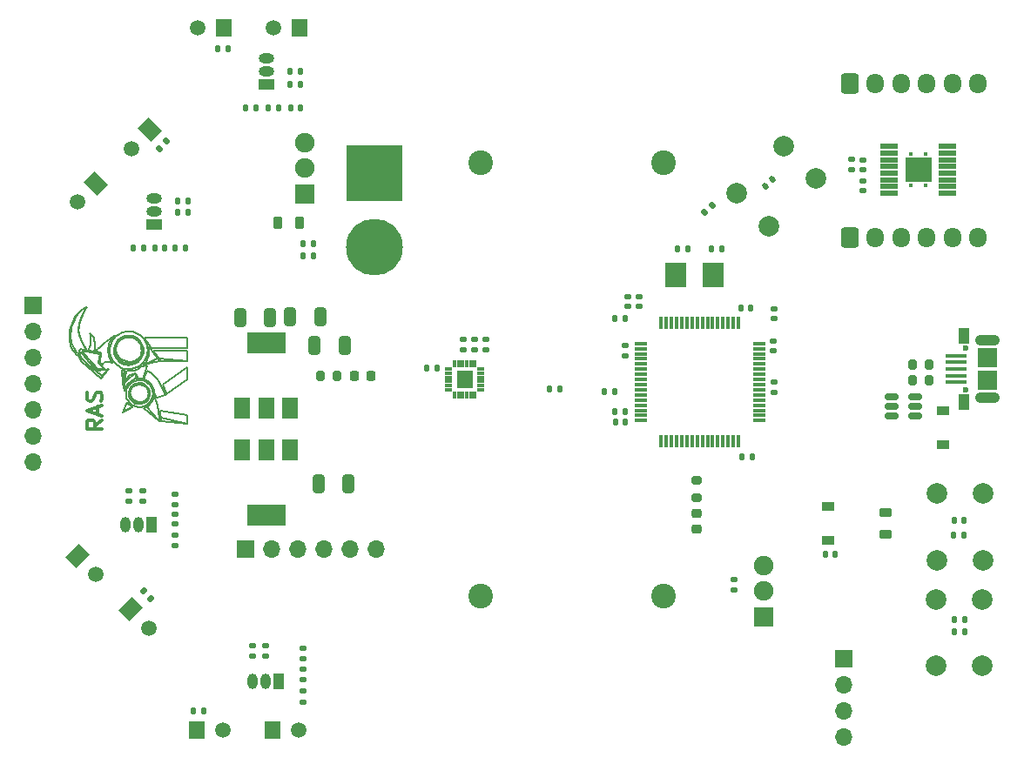
<source format=gts>
G04 #@! TF.GenerationSoftware,KiCad,Pcbnew,7.0.1*
G04 #@! TF.CreationDate,2023-06-07T22:50:18-05:00*
G04 #@! TF.ProjectId,Micromouse-kicad,4d696372-6f6d-46f7-9573-652d6b696361,rev?*
G04 #@! TF.SameCoordinates,Original*
G04 #@! TF.FileFunction,Soldermask,Top*
G04 #@! TF.FilePolarity,Negative*
%FSLAX46Y46*%
G04 Gerber Fmt 4.6, Leading zero omitted, Abs format (unit mm)*
G04 Created by KiCad (PCBNEW 7.0.1) date 2023-06-07 22:50:18*
%MOMM*%
%LPD*%
G01*
G04 APERTURE LIST*
G04 Aperture macros list*
%AMRoundRect*
0 Rectangle with rounded corners*
0 $1 Rounding radius*
0 $2 $3 $4 $5 $6 $7 $8 $9 X,Y pos of 4 corners*
0 Add a 4 corners polygon primitive as box body*
4,1,4,$2,$3,$4,$5,$6,$7,$8,$9,$2,$3,0*
0 Add four circle primitives for the rounded corners*
1,1,$1+$1,$2,$3*
1,1,$1+$1,$4,$5*
1,1,$1+$1,$6,$7*
1,1,$1+$1,$8,$9*
0 Add four rect primitives between the rounded corners*
20,1,$1+$1,$2,$3,$4,$5,0*
20,1,$1+$1,$4,$5,$6,$7,0*
20,1,$1+$1,$6,$7,$8,$9,0*
20,1,$1+$1,$8,$9,$2,$3,0*%
%AMRotRect*
0 Rectangle, with rotation*
0 The origin of the aperture is its center*
0 $1 length*
0 $2 width*
0 $3 Rotation angle, in degrees counterclockwise*
0 Add horizontal line*
21,1,$1,$2,0,0,$3*%
G04 Aperture macros list end*
%ADD10C,0.200000*%
%ADD11C,0.300000*%
%ADD12RoundRect,0.135000X0.035355X-0.226274X0.226274X-0.035355X-0.035355X0.226274X-0.226274X0.035355X0*%
%ADD13C,2.000000*%
%ADD14RoundRect,0.135000X0.135000X0.185000X-0.135000X0.185000X-0.135000X-0.185000X0.135000X-0.185000X0*%
%ADD15RoundRect,0.140000X0.140000X0.170000X-0.140000X0.170000X-0.140000X-0.170000X0.140000X-0.170000X0*%
%ADD16RoundRect,0.140000X-0.140000X-0.170000X0.140000X-0.170000X0.140000X0.170000X-0.140000X0.170000X0*%
%ADD17R,1.500000X2.000000*%
%ADD18R,3.800000X2.000000*%
%ADD19R,1.000000X1.500000*%
%ADD20O,1.000000X1.500000*%
%ADD21RoundRect,0.135000X-0.185000X0.135000X-0.185000X-0.135000X0.185000X-0.135000X0.185000X0.135000X0*%
%ADD22RoundRect,0.140000X0.170000X-0.140000X0.170000X0.140000X-0.170000X0.140000X-0.170000X-0.140000X0*%
%ADD23RoundRect,0.135000X-0.135000X-0.185000X0.135000X-0.185000X0.135000X0.185000X-0.135000X0.185000X0*%
%ADD24RoundRect,0.218750X0.218750X0.256250X-0.218750X0.256250X-0.218750X-0.256250X0.218750X-0.256250X0*%
%ADD25RoundRect,0.006600X0.313400X0.103400X-0.313400X0.103400X-0.313400X-0.103400X0.313400X-0.103400X0*%
%ADD26RoundRect,0.006600X-0.103400X0.313400X-0.103400X-0.313400X0.103400X-0.313400X0.103400X0.313400X0*%
%ADD27R,1.540000X1.700000*%
%ADD28C,0.600000*%
%ADD29R,2.100000X0.400000*%
%ADD30O,2.400000X1.100000*%
%ADD31R,1.900000X1.900000*%
%ADD32RoundRect,0.200000X0.200000X0.275000X-0.200000X0.275000X-0.200000X-0.275000X0.200000X-0.275000X0*%
%ADD33RoundRect,0.070000X0.800000X-0.150000X0.800000X0.150000X-0.800000X0.150000X-0.800000X-0.150000X0*%
%ADD34C,0.380000*%
%ADD35RoundRect,0.000100X1.230000X-1.155000X1.230000X1.155000X-1.230000X1.155000X-1.230000X-1.155000X0*%
%ADD36RoundRect,0.147500X-0.147500X-0.172500X0.147500X-0.172500X0.147500X0.172500X-0.147500X0.172500X0*%
%ADD37R,1.500000X1.000000*%
%ADD38O,1.500000X1.000000*%
%ADD39RoundRect,0.135000X-0.226274X-0.035355X-0.035355X-0.226274X0.226274X0.035355X0.035355X0.226274X0*%
%ADD40R,1.500000X1.800000*%
%ADD41C,1.500000*%
%ADD42C,5.516000*%
%ADD43R,5.516000X5.516000*%
%ADD44RoundRect,0.250000X-0.325000X-0.650000X0.325000X-0.650000X0.325000X0.650000X-0.325000X0.650000X0*%
%ADD45C,1.900000*%
%ADD46RoundRect,0.135000X0.185000X-0.135000X0.185000X0.135000X-0.185000X0.135000X-0.185000X-0.135000X0*%
%ADD47RoundRect,0.218750X0.218750X0.381250X-0.218750X0.381250X-0.218750X-0.381250X0.218750X-0.381250X0*%
%ADD48R,2.000000X2.400000*%
%ADD49C,2.400000*%
%ADD50RoundRect,0.140000X0.021213X-0.219203X0.219203X-0.021213X-0.021213X0.219203X-0.219203X0.021213X0*%
%ADD51R,1.700000X1.700000*%
%ADD52O,1.700000X1.700000*%
%ADD53RoundRect,0.218750X0.381250X-0.218750X0.381250X0.218750X-0.381250X0.218750X-0.381250X-0.218750X0*%
%ADD54RoundRect,0.218750X0.256250X-0.218750X0.256250X0.218750X-0.256250X0.218750X-0.256250X-0.218750X0*%
%ADD55RoundRect,0.250000X-0.600000X-0.725000X0.600000X-0.725000X0.600000X0.725000X-0.600000X0.725000X0*%
%ADD56O,1.700000X1.950000*%
%ADD57RoundRect,0.140000X-0.170000X0.140000X-0.170000X-0.140000X0.170000X-0.140000X0.170000X0.140000X0*%
%ADD58RotRect,1.500000X1.800000X225.000000*%
%ADD59RoundRect,0.150000X0.512500X0.150000X-0.512500X0.150000X-0.512500X-0.150000X0.512500X-0.150000X0*%
%ADD60RoundRect,0.200000X-0.275000X0.200000X-0.275000X-0.200000X0.275000X-0.200000X0.275000X0.200000X0*%
%ADD61R,1.200000X0.900000*%
%ADD62R,0.300000X1.200000*%
%ADD63R,1.200000X0.300000*%
%ADD64RoundRect,0.200000X-0.200000X-0.275000X0.200000X-0.275000X0.200000X0.275000X-0.200000X0.275000X0*%
%ADD65RotRect,1.500000X1.800000X315.000000*%
%ADD66RoundRect,0.135000X-0.035355X0.226274X-0.226274X0.035355X0.035355X-0.226274X0.226274X-0.035355X0*%
G04 APERTURE END LIST*
D10*
X109234410Y-102838166D02*
X109110077Y-102179953D01*
X112539798Y-100591998D02*
X112725450Y-100853291D01*
X107622195Y-101594676D02*
X107404183Y-101662471D01*
X107178837Y-101695000D01*
X106936056Y-101719962D01*
X106718416Y-101737356D01*
X106525936Y-101749607D01*
X104924557Y-99932183D02*
X104810796Y-100277392D01*
X109739851Y-103644492D02*
X109711734Y-103847928D01*
X109711460Y-103869740D01*
X106876246Y-102489240D02*
X106682689Y-102338343D01*
X106471467Y-102170755D01*
X106302175Y-102034426D01*
X106117180Y-101883261D01*
X105922553Y-101721416D01*
X105724361Y-101553043D01*
X105528674Y-101382300D01*
X105341562Y-101213340D01*
X105169092Y-101050318D01*
X105017334Y-100897390D01*
X104841809Y-100696010D01*
X104736912Y-100501609D01*
X103982475Y-97383765D02*
X104046560Y-97182797D01*
X104138125Y-96964009D01*
X104239107Y-96765890D01*
X104371361Y-96548738D01*
X104538110Y-96321669D01*
X104670032Y-96169284D01*
X104819672Y-96019247D01*
X104987986Y-95874260D01*
X105175927Y-95737023D01*
X105384452Y-95610240D01*
X105496732Y-95551613D01*
X108920563Y-101691720D02*
X109033401Y-103031251D01*
X107032920Y-101200895D02*
X107138395Y-101018245D01*
X107330870Y-100907756D01*
X107566176Y-100897371D01*
X107718483Y-100930259D01*
X104810796Y-100277392D02*
X104925935Y-100476595D01*
X105105323Y-100679160D01*
X105258151Y-100831943D01*
X105430682Y-100994203D01*
X105617014Y-101161900D01*
X105811246Y-101330993D01*
X106007477Y-101497441D01*
X106199803Y-101657205D01*
X106382325Y-101806243D01*
X106549139Y-101940515D01*
X106757001Y-102105397D01*
X106924092Y-102235846D01*
X106947192Y-102253668D01*
X109033401Y-103031251D02*
X109165080Y-103717514D01*
X105028711Y-95843197D02*
X104840532Y-96023271D01*
X104678614Y-96207603D01*
X104541263Y-96391393D01*
X104426787Y-96569845D01*
X104306811Y-96791185D01*
X104220480Y-96983133D01*
X104145292Y-97191072D01*
X104123239Y-97268914D01*
X111635039Y-103995825D02*
X111614179Y-104202746D01*
X111554352Y-104395474D01*
X111431062Y-104610134D01*
X111261402Y-104788101D01*
X111053435Y-104921310D01*
X110864901Y-104990233D01*
X110661140Y-105021222D01*
X110608305Y-105022558D01*
X109292641Y-103995825D02*
X109307800Y-104196186D01*
X109372475Y-104448192D01*
X109483113Y-104678042D01*
X109634426Y-104880445D01*
X109821121Y-105050111D01*
X110037909Y-105181748D01*
X110279499Y-105270067D01*
X110540601Y-105309776D01*
X110608305Y-105311488D01*
X109574358Y-101803040D02*
X109418615Y-101795174D01*
X108920563Y-101691720D02*
X109033401Y-103031251D01*
X109711460Y-103869740D02*
X109740964Y-104103955D01*
X109824572Y-104316453D01*
X109954921Y-104499875D01*
X110124651Y-104646859D01*
X110326402Y-104750045D01*
X110552813Y-104802074D01*
X110648634Y-104806913D01*
X111009948Y-101195122D02*
X112582675Y-100851932D01*
X110236000Y-101981000D02*
X110487089Y-102543257D01*
X115229976Y-101447110D02*
X112850493Y-103134786D01*
X109418615Y-101795174D02*
X109253905Y-102179442D01*
X104871359Y-99686000D02*
X105540087Y-99789386D01*
X104719847Y-100164034D02*
X104871359Y-99686000D01*
X111995806Y-99826363D02*
X112725450Y-100853291D01*
X110487089Y-102543257D02*
X110602690Y-102537416D01*
X107612941Y-101605775D02*
X107622195Y-101594676D01*
X111508375Y-103995824D02*
G75*
G03*
X111508375Y-103995824I-905121J0D01*
G01*
X109574166Y-98467934D02*
X109371944Y-98483450D01*
X109133199Y-98544040D01*
X108914227Y-98646168D01*
X108719513Y-98785300D01*
X108553538Y-98956904D01*
X108420785Y-99156446D01*
X108358946Y-99287695D01*
X111369657Y-101755491D02*
X111043209Y-102605486D01*
X112691439Y-106320405D02*
X112718405Y-106656063D01*
X110145063Y-102092190D02*
X109766398Y-102329981D01*
X110602690Y-102537416D02*
X110812255Y-102553314D01*
X110933740Y-102576592D01*
X111577464Y-99799742D02*
X111567463Y-100000775D01*
X111527859Y-100243889D01*
X111459912Y-100476217D01*
X111365519Y-100695937D01*
X111246578Y-100901225D01*
X111104986Y-101090260D01*
X111009948Y-101195122D01*
X105496731Y-95551613D02*
X105308413Y-95653839D01*
X105135687Y-95765017D01*
X105028711Y-95843197D01*
X109664696Y-102228279D02*
X110236000Y-101981000D01*
X111923969Y-103995825D02*
X111908809Y-103795462D01*
X111844134Y-103543455D01*
X111733496Y-103313604D01*
X111582183Y-103111201D01*
X111395488Y-102941536D01*
X111178700Y-102809899D01*
X110937110Y-102721581D01*
X110676008Y-102681872D01*
X110608305Y-102680161D01*
X112582675Y-100851932D02*
X112396251Y-100591998D01*
X112296411Y-104352257D02*
X113103087Y-104130359D01*
X105540086Y-99789389D02*
X104871363Y-99686002D01*
X115229976Y-98518512D02*
X111095335Y-98518512D01*
X111415164Y-99779312D02*
X111393951Y-99498945D01*
X111332396Y-99231855D01*
X111233621Y-98981163D01*
X111100751Y-98749992D01*
X110936906Y-98541466D01*
X110745212Y-98358708D01*
X110528791Y-98204841D01*
X110290766Y-98082989D01*
X110034261Y-97996274D01*
X109762398Y-97947819D01*
X109574167Y-97938315D01*
X108319219Y-99602882D02*
X108334329Y-99802592D01*
X108398793Y-100053779D01*
X108509072Y-100282881D01*
X108659892Y-100484624D01*
X108845980Y-100653737D01*
X109062062Y-100784945D01*
X109302864Y-100872975D01*
X109563114Y-100912554D01*
X109630598Y-100914261D01*
X106525938Y-101749609D02*
X106757891Y-101734484D01*
X106983965Y-101715576D01*
X107226666Y-101689101D01*
X107443416Y-101655057D01*
X107622198Y-101594676D01*
X106947192Y-102253668D02*
X107612941Y-101605775D01*
X108239924Y-98327497D02*
X108036699Y-98462365D01*
X107808681Y-98627208D01*
X107647725Y-98749092D01*
X107482993Y-98877303D01*
X107317384Y-99009043D01*
X107153795Y-99141515D01*
X106995124Y-99271921D01*
X106772676Y-99457536D01*
X106577592Y-99622764D01*
X106419651Y-99758163D01*
X106265520Y-99891897D01*
X106250505Y-99905054D01*
X105777666Y-98094451D02*
X105842527Y-98318629D01*
X105886781Y-98558619D01*
X105905717Y-98797563D01*
X105898895Y-99003039D01*
X105864662Y-99212635D01*
X105850969Y-99264747D01*
X110833625Y-99779310D02*
G75*
G03*
X110833625Y-99779310I-1266527J0D01*
G01*
X109253905Y-102179442D02*
X109269389Y-102698343D01*
X115229976Y-106057276D02*
X115229976Y-106923192D01*
X109930059Y-105289058D02*
X109744826Y-105174100D01*
X109579532Y-105033591D01*
X109436771Y-104870205D01*
X109411152Y-104835018D01*
X109574167Y-98342612D02*
X109792961Y-98359166D01*
X110001396Y-98407203D01*
X110197034Y-98484286D01*
X110377437Y-98587978D01*
X110540169Y-98715841D01*
X110682792Y-98865438D01*
X110802869Y-99034331D01*
X110897962Y-99220084D01*
X110965634Y-99420259D01*
X111003448Y-99632418D01*
X111010866Y-99779312D01*
X113239852Y-104062531D02*
X115229976Y-102641230D01*
X111535805Y-99392260D02*
X111566833Y-99592979D01*
X111577464Y-99799742D01*
X115229976Y-106923192D02*
X112718405Y-106656063D01*
X104924558Y-99932186D02*
X105052400Y-100092662D01*
X105193628Y-100268184D01*
X105369886Y-100484939D01*
X105500736Y-100644096D01*
X105637982Y-100809196D01*
X105777955Y-100975286D01*
X105916987Y-101137414D01*
X106051407Y-101290627D01*
X106236367Y-101492896D01*
X106390316Y-101647245D01*
X106525938Y-101749609D01*
X107733170Y-99779312D02*
X107754382Y-100059676D01*
X107815937Y-100326766D01*
X107914712Y-100577457D01*
X108047582Y-100808628D01*
X108211427Y-101017154D01*
X108403121Y-101199912D01*
X108619542Y-101353780D01*
X108857567Y-101475633D01*
X109114072Y-101562349D01*
X109385935Y-101610804D01*
X109574167Y-101620309D01*
X111545479Y-103995825D02*
G75*
G03*
X111545479Y-103995825I-937173J0D01*
G01*
X107718483Y-100930259D02*
X107962666Y-100980787D01*
X109102575Y-105624510D02*
X109033035Y-105802428D01*
X105692938Y-99818885D02*
X106228920Y-99905054D01*
X107181055Y-101555143D02*
X106970139Y-101596404D01*
X106749942Y-101630065D01*
X106560796Y-101624556D01*
X111517091Y-104221057D02*
X111545203Y-104017635D01*
X111545478Y-103995826D01*
X111010866Y-99779312D02*
X110994311Y-99998106D01*
X110946274Y-100206541D01*
X110869191Y-100402179D01*
X110765499Y-100582582D01*
X110637636Y-100745314D01*
X110488039Y-100887937D01*
X110319146Y-101008014D01*
X110133393Y-101103107D01*
X109933219Y-101170779D01*
X109721060Y-101208593D01*
X109574167Y-101216011D01*
X109581572Y-103995825D02*
X109602431Y-103788902D01*
X109662257Y-103596174D01*
X109785546Y-103381514D01*
X109955206Y-103203547D01*
X110163172Y-103070338D01*
X110351707Y-103001415D01*
X110555469Y-102970426D01*
X110608305Y-102969091D01*
X111095335Y-98518512D02*
X111217682Y-98678883D01*
X111323383Y-98851499D01*
X111384343Y-98972713D01*
X106918181Y-100018803D02*
X106821261Y-100992605D01*
X115229976Y-106923192D02*
X112691439Y-106320405D01*
X105540087Y-99789386D02*
X105391253Y-99620168D01*
X105271007Y-99433967D01*
X105151702Y-99217281D01*
X105049448Y-99009153D01*
X104936748Y-98757563D01*
X104856034Y-98563754D01*
X104814054Y-98458588D01*
X108358946Y-99287695D02*
X108324257Y-99491934D01*
X108319219Y-99602882D01*
X111384343Y-98972713D02*
X111796736Y-99554698D01*
X104123239Y-97268914D02*
X104034933Y-97584894D01*
X103977178Y-97881889D01*
X103947015Y-98160108D01*
X103941486Y-98419763D01*
X103957633Y-98661062D01*
X103992497Y-98884217D01*
X104043121Y-99089437D01*
X104142137Y-99364099D01*
X104259972Y-99599590D01*
X104386644Y-99796620D01*
X104512170Y-99955898D01*
X104660498Y-100110768D01*
X104719847Y-100164034D01*
X109574167Y-101216011D02*
X109355370Y-101199456D01*
X109146935Y-101151419D01*
X108951296Y-101074336D01*
X108770893Y-100970644D01*
X108608161Y-100842781D01*
X108465538Y-100693184D01*
X108345462Y-100524291D01*
X108250370Y-100338538D01*
X108182698Y-100138364D01*
X108144885Y-99926205D01*
X108137468Y-99779312D01*
X109766398Y-102329981D02*
X109234410Y-102838166D01*
X112564626Y-106656065D02*
X112557975Y-106399542D01*
X112536622Y-106138830D01*
X112502698Y-105876894D01*
X112458339Y-105616702D01*
X112405678Y-105361222D01*
X112346848Y-105113420D01*
X112283983Y-104876266D01*
X112219218Y-104652725D01*
X112154685Y-104445765D01*
X112072691Y-104200740D01*
X112053443Y-104145739D01*
X107579000Y-99807874D02*
X107590792Y-99590373D01*
X107625332Y-99379783D01*
X107681363Y-99177285D01*
X107757629Y-98984060D01*
X107852874Y-98801287D01*
X107965842Y-98630149D01*
X108095278Y-98471825D01*
X108239924Y-98327497D01*
X105067867Y-99857697D02*
X106770564Y-100114513D01*
X113103087Y-104130359D02*
X113004058Y-103818606D01*
X112889989Y-103531638D01*
X112763838Y-103268809D01*
X112628561Y-103029476D01*
X112487114Y-102812994D01*
X112342454Y-102618718D01*
X112197539Y-102446003D01*
X112055325Y-102294205D01*
X111853536Y-102104318D01*
X111674455Y-101957869D01*
X111488254Y-101826413D01*
X111369657Y-101755491D01*
X115229975Y-100853291D02*
X112539798Y-100591998D01*
X115229975Y-99826363D02*
X111995806Y-99826363D01*
X110864475Y-101324046D02*
X110694532Y-101454884D01*
X110510854Y-101567142D01*
X110314815Y-101659348D01*
X110107792Y-101730029D01*
X109891161Y-101777715D01*
X109666299Y-101800933D01*
X109574358Y-101803040D01*
X109033035Y-105802428D02*
X109930059Y-105289058D01*
X111027799Y-105390865D02*
X111223978Y-105315293D01*
X111309659Y-105271283D01*
X110933740Y-102576592D02*
X111408213Y-101248829D01*
X109574167Y-101620309D02*
X109854533Y-101599096D01*
X110121623Y-101537540D01*
X110372315Y-101438765D01*
X110603486Y-101305894D01*
X110812012Y-101142049D01*
X110994770Y-100950354D01*
X111148637Y-100733933D01*
X111270489Y-100495908D01*
X111357204Y-100239403D01*
X111405659Y-99967542D01*
X111415164Y-99779312D01*
X112725450Y-100853291D02*
X115229975Y-100853291D01*
X111043209Y-102605486D02*
X111242166Y-102685116D01*
X111425383Y-102791900D01*
X111590362Y-102923333D01*
X111734609Y-103076909D01*
X111855628Y-103250122D01*
X111950924Y-103440467D01*
X112018001Y-103645437D01*
X112054365Y-103862529D01*
X106525936Y-101749607D02*
X106343208Y-101602151D01*
X106177547Y-101429972D01*
X105985002Y-101215444D01*
X105847817Y-101057155D01*
X105707856Y-100892426D01*
X105568788Y-100726211D01*
X105434281Y-100563464D01*
X105249099Y-100336678D01*
X105094819Y-100145554D01*
X104958581Y-99975088D01*
X104924557Y-99932183D01*
X111545478Y-103995826D02*
X111515973Y-103761612D01*
X111432365Y-103549114D01*
X111302016Y-103365692D01*
X111132286Y-103218707D01*
X110930535Y-103115519D01*
X110704125Y-103063490D01*
X110608305Y-103058652D01*
X109275341Y-101782129D02*
X109073580Y-101742096D01*
X108920563Y-101691720D01*
X115229976Y-102641230D02*
X115229976Y-101447110D01*
X110608305Y-105311488D02*
X110808667Y-105296328D01*
X111060674Y-105231653D01*
X111290525Y-105121014D01*
X111492928Y-104969701D01*
X111662593Y-104783005D01*
X111794230Y-104566217D01*
X111882548Y-104324628D01*
X111922257Y-104063528D01*
X111923969Y-103995825D01*
X110608305Y-105022558D02*
X110401381Y-105001698D01*
X110208653Y-104941871D01*
X109993993Y-104818581D01*
X109816027Y-104648921D01*
X109682818Y-104440955D01*
X109613896Y-104252420D01*
X109582907Y-104048660D01*
X109581572Y-103995825D01*
X115229975Y-100853291D02*
X115229975Y-99826363D01*
X110349083Y-102543465D02*
X110145063Y-102092190D01*
X112564626Y-106656065D02*
X111027799Y-105390865D01*
X112637785Y-105652549D02*
X115229976Y-106057276D01*
X106821261Y-100992605D02*
X107032920Y-101200895D01*
X110845824Y-100094478D02*
X110880506Y-99890251D01*
X110885545Y-99779313D01*
X112718405Y-106656063D02*
X112637785Y-105652549D01*
X109033035Y-105802428D02*
X109930059Y-105289058D01*
X111309659Y-105271283D02*
X112564626Y-106656065D01*
X115229976Y-99554698D02*
X115229976Y-98518512D01*
X106667139Y-101037401D02*
X107181055Y-101555143D01*
X104814054Y-98458588D02*
X104746991Y-98236110D01*
X104713192Y-98002951D01*
X104708664Y-97762564D01*
X104729414Y-97518405D01*
X104771450Y-97273928D01*
X104830778Y-97032586D01*
X104903406Y-96797835D01*
X104985341Y-96573129D01*
X105072590Y-96361922D01*
X105161160Y-96167668D01*
X105287758Y-95915631D01*
X105394870Y-95721171D01*
X105496731Y-95551613D01*
X110885547Y-99779312D02*
G75*
G03*
X110885547Y-99779312I-1311379J0D01*
G01*
X112396251Y-100591998D02*
X111009948Y-101195122D01*
X107962666Y-100980787D02*
X107838056Y-100787819D01*
X107735706Y-100580626D01*
X107657461Y-100360815D01*
X107605167Y-100129991D01*
X107582743Y-99930386D01*
X107579000Y-99807874D01*
X112054365Y-103862529D02*
X112296411Y-104352257D01*
X109165080Y-103717514D02*
X109225725Y-103521074D01*
X109245983Y-103463427D01*
X110608305Y-102969091D02*
X110815227Y-102989950D01*
X111007955Y-103049777D01*
X111222615Y-103173067D01*
X111400582Y-103342727D01*
X111533791Y-103550694D01*
X111602714Y-103739228D01*
X111633703Y-103942989D01*
X111635039Y-103995825D01*
X104736912Y-100501609D02*
X104924558Y-99932186D01*
X104814058Y-98458590D02*
X104896941Y-98663366D01*
X105013022Y-98930315D01*
X105118808Y-99152494D01*
X105213845Y-99333831D01*
X105323058Y-99518865D01*
X105447189Y-99693720D01*
X105540086Y-99789389D01*
X109630598Y-100914261D02*
X109832822Y-100898743D01*
X110071571Y-100838152D01*
X110290545Y-100736021D01*
X110485260Y-100596884D01*
X110651235Y-100425276D01*
X110783985Y-100225729D01*
X110845824Y-100094478D01*
X109245983Y-103463427D02*
X109348835Y-103246809D01*
X109479177Y-103051301D01*
X109635818Y-102880912D01*
X109817567Y-102739651D01*
X110023234Y-102631529D01*
X110251628Y-102560555D01*
X110349083Y-102543465D01*
X109411152Y-104835018D02*
X109033035Y-105802428D01*
X109930059Y-105289058D02*
X109102575Y-105624510D01*
X111796736Y-99554698D02*
X115229976Y-99554698D01*
X109269389Y-102698343D02*
X109664696Y-102228279D01*
X110608305Y-103058652D02*
X110394049Y-103083291D01*
X110197376Y-103153477D01*
X110023819Y-103263610D01*
X109878915Y-103408093D01*
X109768201Y-103581326D01*
X109739851Y-103644492D01*
X109110077Y-102179953D02*
X109275341Y-101782129D01*
X110885545Y-99779313D02*
X110870434Y-99579603D01*
X110805970Y-99328417D01*
X110695691Y-99099316D01*
X110544871Y-98897572D01*
X110358783Y-98728459D01*
X110142701Y-98597250D01*
X109901899Y-98509219D01*
X109641649Y-98469640D01*
X109574166Y-98467934D01*
X106560796Y-101624556D02*
X106409872Y-101455279D01*
X106260195Y-101288215D01*
X106079090Y-101085117D01*
X105880092Y-100860173D01*
X105744170Y-100705080D01*
X105610323Y-100550787D01*
X105422215Y-100330042D01*
X105261335Y-100134743D01*
X105112577Y-99938449D01*
X105067867Y-99857697D01*
X104871363Y-99686002D02*
X104662583Y-100344723D01*
X112053443Y-104145739D02*
X112014685Y-104362022D01*
X111945348Y-104565979D01*
X111847942Y-104755110D01*
X111724979Y-104926913D01*
X111578972Y-105078891D01*
X111412431Y-105208541D01*
X111227869Y-105313366D01*
X111027799Y-105390865D01*
X105850969Y-99264747D02*
X105787863Y-99486026D01*
X105731519Y-99683597D01*
X105692938Y-99818885D01*
X111009948Y-101195122D02*
X112582675Y-100851932D01*
X107622198Y-101594676D02*
X106876246Y-102489240D01*
X110648634Y-104806913D02*
X110862892Y-104782272D01*
X111059568Y-104712084D01*
X111233126Y-104601947D01*
X111378029Y-104457461D01*
X111488741Y-104284224D01*
X111517091Y-104221057D01*
X112582675Y-100851932D02*
X111535805Y-99392260D01*
X111408213Y-101248829D02*
X110864475Y-101324046D01*
X109245983Y-103463427D02*
X108920563Y-101691720D01*
X105496732Y-95551613D02*
X105362164Y-95778874D01*
X105247060Y-95993822D01*
X105116960Y-96262460D01*
X105028552Y-96465623D01*
X104943461Y-96684012D01*
X104865681Y-96914172D01*
X104799204Y-97152651D01*
X104748023Y-97395992D01*
X104716131Y-97640742D01*
X104707521Y-97883447D01*
X104726186Y-98120651D01*
X104776118Y-98348902D01*
X104814058Y-98458590D01*
X109574167Y-97938315D02*
X109293800Y-97959527D01*
X109026710Y-98021082D01*
X108776018Y-98119857D01*
X108544847Y-98252727D01*
X108336321Y-98416572D01*
X108153563Y-98608266D01*
X107999696Y-98824687D01*
X107877844Y-99062712D01*
X107791129Y-99319217D01*
X107742674Y-99591080D01*
X107733170Y-99779312D01*
X104662583Y-100344723D02*
X104505236Y-100211882D01*
X104323343Y-100013193D01*
X104172975Y-99803453D01*
X104028991Y-99540365D01*
X103944698Y-99334758D01*
X103875468Y-99104574D01*
X103826190Y-98849467D01*
X103801755Y-98569090D01*
X103807054Y-98263096D01*
X103846976Y-97931139D01*
X103926411Y-97572872D01*
X103982475Y-97383765D01*
X110608305Y-102680161D02*
X110407942Y-102695320D01*
X110155935Y-102759995D01*
X109926084Y-102870633D01*
X109723681Y-103021946D01*
X109554016Y-103208641D01*
X109422379Y-103425429D01*
X109334061Y-103667019D01*
X109294352Y-103928121D01*
X109292641Y-103995825D01*
X112725450Y-100853291D02*
X115229975Y-100853291D01*
X112850493Y-103134786D02*
X112947964Y-103315408D01*
X113039556Y-103508306D01*
X113124092Y-103713742D01*
X113200397Y-103931977D01*
X113239852Y-104062531D01*
X108137468Y-99779312D02*
X108154021Y-99560517D01*
X108202058Y-99352082D01*
X108279141Y-99156444D01*
X108382832Y-98976040D01*
X108510694Y-98813308D01*
X108660291Y-98670685D01*
X108829184Y-98550608D01*
X109014937Y-98455515D01*
X109215112Y-98387843D01*
X109427272Y-98350029D01*
X109574167Y-98342612D01*
X106228920Y-99905054D02*
X106265897Y-99685208D01*
X106287676Y-99450407D01*
X106292083Y-99241550D01*
X106278628Y-99017119D01*
X106240436Y-98788365D01*
X106170632Y-98566540D01*
X106062343Y-98362896D01*
X105908694Y-98188684D01*
X105777666Y-98094451D01*
X112718405Y-106656063D02*
X115229976Y-106923192D01*
X106770564Y-100114513D02*
X106667139Y-101037401D01*
X111027799Y-105390865D02*
X112564626Y-106656065D01*
X106250505Y-99905054D02*
X106918181Y-100018803D01*
D11*
X106992928Y-106556856D02*
X106278642Y-107056856D01*
X106992928Y-107413999D02*
X105492928Y-107413999D01*
X105492928Y-107413999D02*
X105492928Y-106842570D01*
X105492928Y-106842570D02*
X105564357Y-106699713D01*
X105564357Y-106699713D02*
X105635785Y-106628284D01*
X105635785Y-106628284D02*
X105778642Y-106556856D01*
X105778642Y-106556856D02*
X105992928Y-106556856D01*
X105992928Y-106556856D02*
X106135785Y-106628284D01*
X106135785Y-106628284D02*
X106207214Y-106699713D01*
X106207214Y-106699713D02*
X106278642Y-106842570D01*
X106278642Y-106842570D02*
X106278642Y-107413999D01*
X106564357Y-105985427D02*
X106564357Y-105271142D01*
X106992928Y-106128284D02*
X105492928Y-105628284D01*
X105492928Y-105628284D02*
X106992928Y-105128284D01*
X106921500Y-104699713D02*
X106992928Y-104485428D01*
X106992928Y-104485428D02*
X106992928Y-104128285D01*
X106992928Y-104128285D02*
X106921500Y-103985428D01*
X106921500Y-103985428D02*
X106850071Y-103913999D01*
X106850071Y-103913999D02*
X106707214Y-103842570D01*
X106707214Y-103842570D02*
X106564357Y-103842570D01*
X106564357Y-103842570D02*
X106421500Y-103913999D01*
X106421500Y-103913999D02*
X106350071Y-103985428D01*
X106350071Y-103985428D02*
X106278642Y-104128285D01*
X106278642Y-104128285D02*
X106207214Y-104413999D01*
X106207214Y-104413999D02*
X106135785Y-104556856D01*
X106135785Y-104556856D02*
X106064357Y-104628285D01*
X106064357Y-104628285D02*
X105921500Y-104699713D01*
X105921500Y-104699713D02*
X105778642Y-104699713D01*
X105778642Y-104699713D02*
X105635785Y-104628285D01*
X105635785Y-104628285D02*
X105564357Y-104556856D01*
X105564357Y-104556856D02*
X105492928Y-104413999D01*
X105492928Y-104413999D02*
X105492928Y-104056856D01*
X105492928Y-104056856D02*
X105564357Y-103842570D01*
D12*
X165589376Y-86360624D03*
X166310624Y-85639376D03*
D13*
X188148400Y-120242400D03*
X188148400Y-113742400D03*
X192648400Y-120242400D03*
X192648400Y-113742400D03*
D14*
X121986000Y-76156000D03*
X120966000Y-76156000D03*
D15*
X190776800Y-116332000D03*
X189816800Y-116332000D03*
X124115000Y-76156000D03*
X123155000Y-76156000D03*
D16*
X177320000Y-119634000D03*
X178280000Y-119634000D03*
D17*
X120636000Y-105385000D03*
X122936000Y-105385000D03*
D18*
X122936000Y-99085000D03*
D17*
X125236000Y-105385000D03*
D19*
X111770236Y-116733164D03*
D20*
X110500236Y-116733164D03*
X109230236Y-116733164D03*
D21*
X172339000Y-102868000D03*
X172339000Y-103888000D03*
D22*
X159207200Y-95526800D03*
X159207200Y-94566800D03*
D23*
X150493000Y-103505000D03*
X151513000Y-103505000D03*
D16*
X138585000Y-101473000D03*
X139545000Y-101473000D03*
X169093000Y-95631000D03*
X170053000Y-95631000D03*
D14*
X115362000Y-86393000D03*
X114342000Y-86393000D03*
D24*
X133121500Y-102235000D03*
X131546500Y-102235000D03*
D25*
X143785000Y-103616000D03*
X143785000Y-103216000D03*
X143785000Y-102816000D03*
X143785000Y-102416000D03*
X143785000Y-102016000D03*
X143785000Y-101616000D03*
D26*
X143240000Y-101071000D03*
X142840000Y-101071000D03*
X142440000Y-101071000D03*
X142040000Y-101071000D03*
X141640000Y-101071000D03*
X141240000Y-101071000D03*
D25*
X140695000Y-101616000D03*
X140695000Y-102016000D03*
X140695000Y-102416000D03*
X140695000Y-102816000D03*
X140695000Y-103216000D03*
X140695000Y-103616000D03*
D26*
X141240000Y-104161000D03*
X141640000Y-104161000D03*
X142040000Y-104161000D03*
X142440000Y-104161000D03*
X142840000Y-104161000D03*
X143240000Y-104161000D03*
D27*
X142240000Y-102616000D03*
D28*
X190941000Y-103600000D03*
X190941000Y-99600000D03*
D29*
X189991000Y-102900000D03*
X189991000Y-102250000D03*
X189991000Y-101600000D03*
X189991000Y-100950000D03*
X189991000Y-100300000D03*
D19*
X190791000Y-104800000D03*
D30*
X193041000Y-104425000D03*
D31*
X193041000Y-102700000D03*
X193041000Y-100500000D03*
D30*
X193041000Y-98775000D03*
D19*
X190791000Y-98400000D03*
D22*
X181000400Y-84249200D03*
X181000400Y-83289200D03*
D32*
X187413400Y-102717600D03*
X185763400Y-102717600D03*
D33*
X189140400Y-84489600D03*
X189140400Y-83839600D03*
X189140400Y-83189600D03*
X189140400Y-82539600D03*
X189140400Y-81889600D03*
X189140400Y-81239600D03*
X189140400Y-80589600D03*
X189140400Y-79939600D03*
X183540400Y-79939600D03*
X183540400Y-80589600D03*
X183540400Y-81239600D03*
X183540400Y-81889600D03*
X183540400Y-82539600D03*
X183540400Y-83189600D03*
X183540400Y-83839600D03*
X183540400Y-84489600D03*
D34*
X185590400Y-83714600D03*
X187090400Y-83714600D03*
X185590400Y-82214600D03*
D35*
X186340400Y-82214600D03*
D34*
X187090400Y-82214600D03*
X185590400Y-80714600D03*
X187090400Y-80714600D03*
D36*
X156868000Y-96647000D03*
X157838000Y-96647000D03*
D22*
X158115000Y-95504000D03*
X158115000Y-94544000D03*
D21*
X109585836Y-113429164D03*
X109585836Y-114449164D03*
D37*
X123000000Y-73870000D03*
D38*
X123000000Y-72600000D03*
X123000000Y-71330000D03*
D22*
X172339000Y-96718000D03*
X172339000Y-95758000D03*
D39*
X110989376Y-123189376D03*
X111710624Y-123910624D03*
D40*
X116210900Y-136754900D03*
D41*
X118750900Y-136754900D03*
D40*
X123576900Y-136754900D03*
D41*
X126116900Y-136754900D03*
D22*
X126549500Y-129760000D03*
X126549500Y-128800000D03*
D37*
X112052000Y-87536000D03*
D38*
X112052000Y-86266000D03*
X112052000Y-84996000D03*
D42*
X133477000Y-89749500D03*
D43*
X133477000Y-82549500D03*
D16*
X125314000Y-76156000D03*
X126274000Y-76156000D03*
D44*
X127606000Y-99314000D03*
X130556000Y-99314000D03*
D31*
X171348400Y-125722400D03*
D45*
X171348400Y-123222400D03*
X171348400Y-120722400D03*
D46*
X143205200Y-99722400D03*
X143205200Y-98702400D03*
D14*
X156821600Y-103784400D03*
X155801600Y-103784400D03*
X126304000Y-73870000D03*
X125284000Y-73870000D03*
D21*
X114056236Y-117739164D03*
X114056236Y-118759164D03*
D47*
X126162500Y-87400000D03*
X124037500Y-87400000D03*
D32*
X187413400Y-101142800D03*
X185763400Y-101142800D03*
D15*
X113050000Y-89822000D03*
X112090000Y-89822000D03*
D48*
X166442000Y-92456000D03*
X162742000Y-92456000D03*
D49*
X161534000Y-123661000D03*
X143774000Y-123661000D03*
D21*
X122866500Y-128516000D03*
X122866500Y-129536000D03*
D50*
X171460589Y-83789411D03*
X172139411Y-83110589D03*
D51*
X120929000Y-119101000D03*
D52*
X123469000Y-119101000D03*
X126009000Y-119101000D03*
X128549000Y-119101000D03*
X131089000Y-119101000D03*
X133629000Y-119101000D03*
D14*
X190857600Y-125984000D03*
X189837600Y-125984000D03*
D53*
X183134000Y-117648500D03*
X183134000Y-115523500D03*
D22*
X114056236Y-114784164D03*
X114056236Y-113824164D03*
D16*
X189867600Y-127203200D03*
X190827600Y-127203200D03*
D54*
X164750000Y-117187500D03*
X164750000Y-115612500D03*
D14*
X115360000Y-85250000D03*
X114340000Y-85250000D03*
D44*
X125271000Y-96520000D03*
X128221000Y-96520000D03*
D55*
X179678000Y-88781400D03*
D56*
X182178000Y-88781400D03*
X184678000Y-88781400D03*
X187178000Y-88781400D03*
X189678000Y-88781400D03*
X192178000Y-88781400D03*
D57*
X126549500Y-130832000D03*
X126549500Y-131792000D03*
D17*
X125236000Y-109499000D03*
X122936000Y-109499000D03*
D18*
X122936000Y-115799000D03*
D17*
X120636000Y-109499000D03*
D58*
X111599199Y-78345975D03*
D41*
X109803148Y-80142026D03*
D58*
X106390651Y-83554523D03*
D41*
X104594600Y-85350575D03*
D51*
X100279200Y-95402400D03*
D52*
X100279200Y-97942400D03*
X100279200Y-100482400D03*
X100279200Y-103022400D03*
X100279200Y-105562400D03*
X100279200Y-108102400D03*
X100279200Y-110642400D03*
D13*
X188097600Y-130504000D03*
X188097600Y-124004000D03*
X192597600Y-130504000D03*
X192597600Y-124004000D03*
D16*
X114094000Y-89822000D03*
X115054000Y-89822000D03*
X169220000Y-110109000D03*
X170180000Y-110109000D03*
D23*
X189786800Y-117754400D03*
X190806800Y-117754400D03*
D59*
X186049500Y-106207600D03*
X186049500Y-105257600D03*
X186049500Y-104307600D03*
X183774500Y-104307600D03*
X183774500Y-105257600D03*
X183774500Y-106207600D03*
D60*
X164750000Y-112450000D03*
X164750000Y-114100000D03*
D14*
X157837600Y-105714800D03*
X156817600Y-105714800D03*
D22*
X142138400Y-99692400D03*
X142138400Y-98732400D03*
D55*
X179678000Y-73846200D03*
D56*
X182178000Y-73846200D03*
X184678000Y-73846200D03*
X187178000Y-73846200D03*
X189678000Y-73846200D03*
X192178000Y-73846200D03*
D22*
X181000400Y-82217200D03*
X181000400Y-81257200D03*
D15*
X157886400Y-106781600D03*
X156926400Y-106781600D03*
D14*
X111046000Y-89822000D03*
X110026000Y-89822000D03*
D21*
X168402000Y-122121200D03*
X168402000Y-123141200D03*
D61*
X188722000Y-108965000D03*
X188722000Y-105665000D03*
D14*
X126304000Y-72600000D03*
X125284000Y-72600000D03*
D57*
X114056236Y-115739164D03*
X114056236Y-116699164D03*
D14*
X127508000Y-89408000D03*
X126488000Y-89408000D03*
D23*
X126490000Y-90551000D03*
X127510000Y-90551000D03*
D31*
X126695200Y-84574400D03*
D45*
X126695200Y-82074400D03*
X126695200Y-79574400D03*
D62*
X168850000Y-97120000D03*
X168350000Y-97120000D03*
X167850000Y-97120000D03*
X167350000Y-97120000D03*
X166850000Y-97120000D03*
X166350000Y-97120000D03*
X165850000Y-97120000D03*
X165350000Y-97120000D03*
X164850000Y-97120000D03*
X164350000Y-97120000D03*
X163850000Y-97120000D03*
X163350000Y-97120000D03*
X162850000Y-97120000D03*
X162350000Y-97120000D03*
X161850000Y-97120000D03*
X161350000Y-97120000D03*
D63*
X159350000Y-99120000D03*
X159350000Y-99620000D03*
X159350000Y-100120000D03*
X159350000Y-100620000D03*
X159350000Y-101120000D03*
X159350000Y-101620000D03*
X159350000Y-102120000D03*
X159350000Y-102620000D03*
X159350000Y-103120000D03*
X159350000Y-103620000D03*
X159350000Y-104120000D03*
X159350000Y-104620000D03*
X159350000Y-105120000D03*
X159350000Y-105620000D03*
X159350000Y-106120000D03*
X159350000Y-106620000D03*
D62*
X161350000Y-108620000D03*
X161850000Y-108620000D03*
X162350000Y-108620000D03*
X162850000Y-108620000D03*
X163350000Y-108620000D03*
X163850000Y-108620000D03*
X164350000Y-108620000D03*
X164850000Y-108620000D03*
X165350000Y-108620000D03*
X165850000Y-108620000D03*
X166350000Y-108620000D03*
X166850000Y-108620000D03*
X167350000Y-108620000D03*
X167850000Y-108620000D03*
X168350000Y-108620000D03*
X168850000Y-108620000D03*
D63*
X170850000Y-106620000D03*
X170850000Y-106120000D03*
X170850000Y-105620000D03*
X170850000Y-105120000D03*
X170850000Y-104620000D03*
X170850000Y-104120000D03*
X170850000Y-103620000D03*
X170850000Y-103120000D03*
X170850000Y-102620000D03*
X170850000Y-102120000D03*
X170850000Y-101620000D03*
X170850000Y-101120000D03*
X170850000Y-100620000D03*
X170850000Y-100120000D03*
X170850000Y-99620000D03*
X170850000Y-99120000D03*
D16*
X166271000Y-89916000D03*
X167231000Y-89916000D03*
D13*
X168650000Y-84500000D03*
X173246194Y-79903806D03*
X171831981Y-87681981D03*
X176428175Y-83085786D03*
D44*
X120392400Y-96570800D03*
X123342400Y-96570800D03*
D21*
X110906636Y-113429164D03*
X110906636Y-114449164D03*
D64*
X128207000Y-102235000D03*
X129857000Y-102235000D03*
D40*
X118779500Y-68387500D03*
D41*
X116239500Y-68387500D03*
D40*
X126145500Y-68387500D03*
D41*
X123605500Y-68387500D03*
D49*
X161534000Y-81571000D03*
X143774000Y-81571000D03*
D14*
X119210000Y-70450000D03*
X118190000Y-70450000D03*
D46*
X179882800Y-82247200D03*
X179882800Y-81227200D03*
D23*
X115890000Y-134850000D03*
X116910000Y-134850000D03*
D16*
X162969000Y-89916000D03*
X163929000Y-89916000D03*
D44*
X128016000Y-112776000D03*
X130966000Y-112776000D03*
D21*
X121596500Y-128514000D03*
X121596500Y-129534000D03*
D57*
X144272000Y-98732400D03*
X144272000Y-99692400D03*
D65*
X109781577Y-125003349D03*
D41*
X111577629Y-126799400D03*
D65*
X104573029Y-119794801D03*
D41*
X106369080Y-121590852D03*
D57*
X172212000Y-98862000D03*
X172212000Y-99822000D03*
D21*
X126549500Y-132961000D03*
X126549500Y-133981000D03*
D66*
X113260624Y-79439376D03*
X112539376Y-80160624D03*
D22*
X157861000Y-100302000D03*
X157861000Y-99342000D03*
D19*
X124136500Y-131953000D03*
D20*
X122866500Y-131953000D03*
X121596500Y-131953000D03*
D51*
X179120800Y-129794000D03*
D52*
X179120800Y-132334000D03*
X179120800Y-134874000D03*
X179120800Y-137414000D03*
D61*
X177546000Y-114936000D03*
X177546000Y-118236000D03*
M02*

</source>
